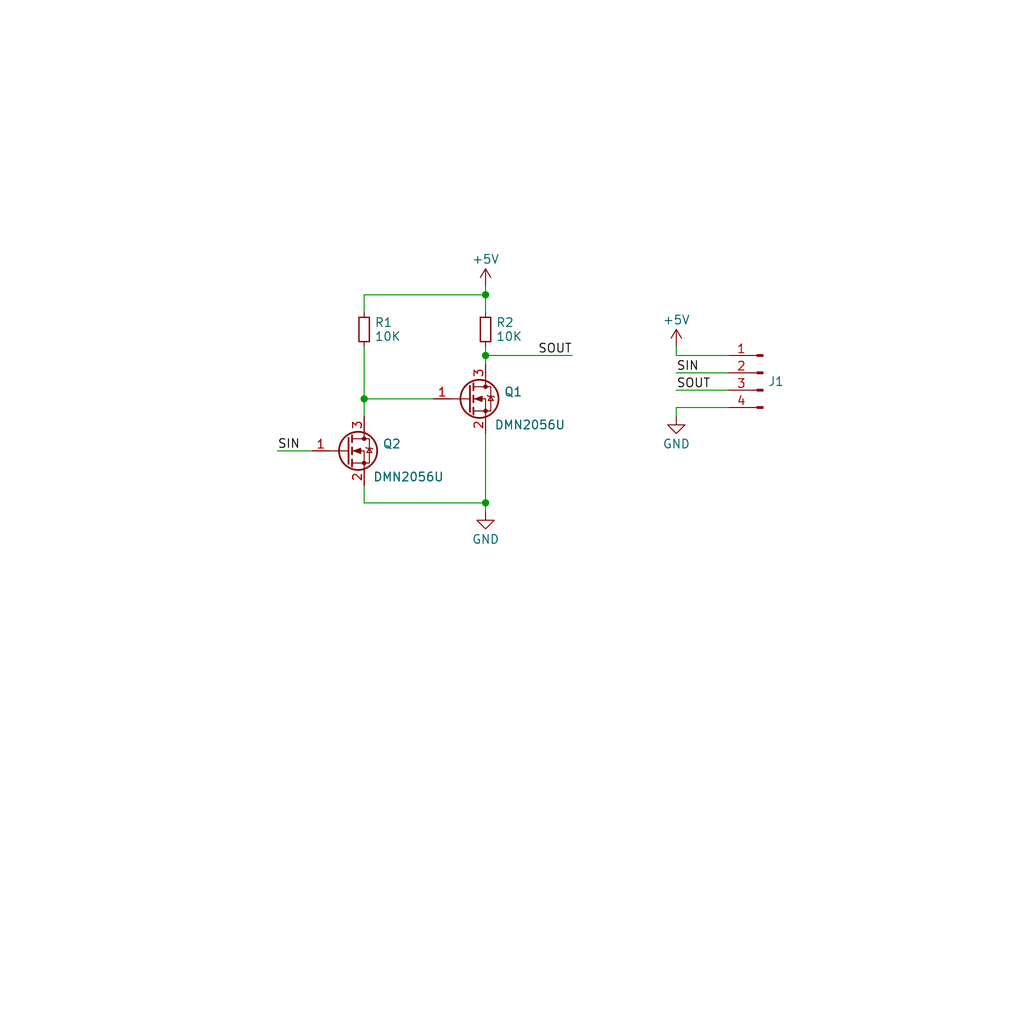
<source format=kicad_sch>
(kicad_sch (version 20230121) (generator eeschema)

  (uuid e63e39d7-6ac0-4ffd-8aa3-1841a4541b55)

  (paper "User" 150.012 150.012)

  (title_block
    (title "HexSense Svalbard - MCU module")
    (date "2023-05-25")
    (rev "V1")
    (company "MIT Media Lab")
    (comment 1 "Fangzheng Liu")
  )

  (lib_symbols
    (symbol "Connector:Conn_01x04_Pin" (pin_names (offset 1.016) hide) (in_bom yes) (on_board yes)
      (property "Reference" "J" (at 0 5.08 0)
        (effects (font (size 1.27 1.27)))
      )
      (property "Value" "Conn_01x04_Pin" (at 0 -7.62 0)
        (effects (font (size 1.27 1.27)))
      )
      (property "Footprint" "" (at 0 0 0)
        (effects (font (size 1.27 1.27)) hide)
      )
      (property "Datasheet" "~" (at 0 0 0)
        (effects (font (size 1.27 1.27)) hide)
      )
      (property "ki_locked" "" (at 0 0 0)
        (effects (font (size 1.27 1.27)))
      )
      (property "ki_keywords" "connector" (at 0 0 0)
        (effects (font (size 1.27 1.27)) hide)
      )
      (property "ki_description" "Generic connector, single row, 01x04, script generated" (at 0 0 0)
        (effects (font (size 1.27 1.27)) hide)
      )
      (property "ki_fp_filters" "Connector*:*_1x??_*" (at 0 0 0)
        (effects (font (size 1.27 1.27)) hide)
      )
      (symbol "Conn_01x04_Pin_1_1"
        (polyline
          (pts
            (xy 1.27 -5.08)
            (xy 0.8636 -5.08)
          )
          (stroke (width 0.1524) (type default))
          (fill (type none))
        )
        (polyline
          (pts
            (xy 1.27 -2.54)
            (xy 0.8636 -2.54)
          )
          (stroke (width 0.1524) (type default))
          (fill (type none))
        )
        (polyline
          (pts
            (xy 1.27 0)
            (xy 0.8636 0)
          )
          (stroke (width 0.1524) (type default))
          (fill (type none))
        )
        (polyline
          (pts
            (xy 1.27 2.54)
            (xy 0.8636 2.54)
          )
          (stroke (width 0.1524) (type default))
          (fill (type none))
        )
        (rectangle (start 0.8636 -4.953) (end 0 -5.207)
          (stroke (width 0.1524) (type default))
          (fill (type outline))
        )
        (rectangle (start 0.8636 -2.413) (end 0 -2.667)
          (stroke (width 0.1524) (type default))
          (fill (type outline))
        )
        (rectangle (start 0.8636 0.127) (end 0 -0.127)
          (stroke (width 0.1524) (type default))
          (fill (type outline))
        )
        (rectangle (start 0.8636 2.667) (end 0 2.413)
          (stroke (width 0.1524) (type default))
          (fill (type outline))
        )
        (pin passive line (at 5.08 2.54 180) (length 3.81)
          (name "Pin_1" (effects (font (size 1.27 1.27))))
          (number "1" (effects (font (size 1.27 1.27))))
        )
        (pin passive line (at 5.08 0 180) (length 3.81)
          (name "Pin_2" (effects (font (size 1.27 1.27))))
          (number "2" (effects (font (size 1.27 1.27))))
        )
        (pin passive line (at 5.08 -2.54 180) (length 3.81)
          (name "Pin_3" (effects (font (size 1.27 1.27))))
          (number "3" (effects (font (size 1.27 1.27))))
        )
        (pin passive line (at 5.08 -5.08 180) (length 3.81)
          (name "Pin_4" (effects (font (size 1.27 1.27))))
          (number "4" (effects (font (size 1.27 1.27))))
        )
      )
    )
    (symbol "Device:R_Small" (pin_numbers hide) (pin_names (offset 0.254) hide) (in_bom yes) (on_board yes)
      (property "Reference" "R" (at 0.762 0.508 0)
        (effects (font (size 1.27 1.27)) (justify left))
      )
      (property "Value" "R_Small" (at 0.762 -1.016 0)
        (effects (font (size 1.27 1.27)) (justify left))
      )
      (property "Footprint" "" (at 0 0 0)
        (effects (font (size 1.27 1.27)) hide)
      )
      (property "Datasheet" "~" (at 0 0 0)
        (effects (font (size 1.27 1.27)) hide)
      )
      (property "ki_keywords" "R resistor" (at 0 0 0)
        (effects (font (size 1.27 1.27)) hide)
      )
      (property "ki_description" "Resistor, small symbol" (at 0 0 0)
        (effects (font (size 1.27 1.27)) hide)
      )
      (property "ki_fp_filters" "R_*" (at 0 0 0)
        (effects (font (size 1.27 1.27)) hide)
      )
      (symbol "R_Small_0_1"
        (rectangle (start -0.762 1.778) (end 0.762 -1.778)
          (stroke (width 0.2032) (type default))
          (fill (type none))
        )
      )
      (symbol "R_Small_1_1"
        (pin passive line (at 0 2.54 270) (length 0.762)
          (name "~" (effects (font (size 1.27 1.27))))
          (number "1" (effects (font (size 1.27 1.27))))
        )
        (pin passive line (at 0 -2.54 90) (length 0.762)
          (name "~" (effects (font (size 1.27 1.27))))
          (number "2" (effects (font (size 1.27 1.27))))
        )
      )
    )
    (symbol "Transistor_FET:DMN2056U" (pin_names hide) (in_bom yes) (on_board yes)
      (property "Reference" "Q" (at 5.08 1.905 0)
        (effects (font (size 1.27 1.27)) (justify left))
      )
      (property "Value" "DMN2056U" (at 5.08 0 0)
        (effects (font (size 1.27 1.27)) (justify left))
      )
      (property "Footprint" "Package_TO_SOT_SMD:SOT-23" (at 5.08 -1.905 0)
        (effects (font (size 1.27 1.27) italic) (justify left) hide)
      )
      (property "Datasheet" "http://www.diodes.com/assets/Datasheets/DMN2056U.pdf" (at 0 0 0)
        (effects (font (size 1.27 1.27)) (justify left) hide)
      )
      (property "ki_keywords" "N-Channel MOSFET" (at 0 0 0)
        (effects (font (size 1.27 1.27)) hide)
      )
      (property "ki_description" "4A Id, 20V Vds, N-Channel MOSFET, SOT-23" (at 0 0 0)
        (effects (font (size 1.27 1.27)) hide)
      )
      (property "ki_fp_filters" "SOT?23*" (at 0 0 0)
        (effects (font (size 1.27 1.27)) hide)
      )
      (symbol "DMN2056U_0_1"
        (polyline
          (pts
            (xy 0.254 0)
            (xy -2.54 0)
          )
          (stroke (width 0) (type default))
          (fill (type none))
        )
        (polyline
          (pts
            (xy 0.254 1.905)
            (xy 0.254 -1.905)
          )
          (stroke (width 0.254) (type default))
          (fill (type none))
        )
        (polyline
          (pts
            (xy 0.762 -1.27)
            (xy 0.762 -2.286)
          )
          (stroke (width 0.254) (type default))
          (fill (type none))
        )
        (polyline
          (pts
            (xy 0.762 0.508)
            (xy 0.762 -0.508)
          )
          (stroke (width 0.254) (type default))
          (fill (type none))
        )
        (polyline
          (pts
            (xy 0.762 2.286)
            (xy 0.762 1.27)
          )
          (stroke (width 0.254) (type default))
          (fill (type none))
        )
        (polyline
          (pts
            (xy 2.54 2.54)
            (xy 2.54 1.778)
          )
          (stroke (width 0) (type default))
          (fill (type none))
        )
        (polyline
          (pts
            (xy 2.54 -2.54)
            (xy 2.54 0)
            (xy 0.762 0)
          )
          (stroke (width 0) (type default))
          (fill (type none))
        )
        (polyline
          (pts
            (xy 0.762 -1.778)
            (xy 3.302 -1.778)
            (xy 3.302 1.778)
            (xy 0.762 1.778)
          )
          (stroke (width 0) (type default))
          (fill (type none))
        )
        (polyline
          (pts
            (xy 1.016 0)
            (xy 2.032 0.381)
            (xy 2.032 -0.381)
            (xy 1.016 0)
          )
          (stroke (width 0) (type default))
          (fill (type outline))
        )
        (polyline
          (pts
            (xy 2.794 0.508)
            (xy 2.921 0.381)
            (xy 3.683 0.381)
            (xy 3.81 0.254)
          )
          (stroke (width 0) (type default))
          (fill (type none))
        )
        (polyline
          (pts
            (xy 3.302 0.381)
            (xy 2.921 -0.254)
            (xy 3.683 -0.254)
            (xy 3.302 0.381)
          )
          (stroke (width 0) (type default))
          (fill (type none))
        )
        (circle (center 1.651 0) (radius 2.794)
          (stroke (width 0.254) (type default))
          (fill (type none))
        )
        (circle (center 2.54 -1.778) (radius 0.254)
          (stroke (width 0) (type default))
          (fill (type outline))
        )
        (circle (center 2.54 1.778) (radius 0.254)
          (stroke (width 0) (type default))
          (fill (type outline))
        )
      )
      (symbol "DMN2056U_1_1"
        (pin input line (at -5.08 0 0) (length 2.54)
          (name "G" (effects (font (size 1.27 1.27))))
          (number "1" (effects (font (size 1.27 1.27))))
        )
        (pin passive line (at 2.54 -5.08 90) (length 2.54)
          (name "S" (effects (font (size 1.27 1.27))))
          (number "2" (effects (font (size 1.27 1.27))))
        )
        (pin passive line (at 2.54 5.08 270) (length 2.54)
          (name "D" (effects (font (size 1.27 1.27))))
          (number "3" (effects (font (size 1.27 1.27))))
        )
      )
    )
    (symbol "power:+5V" (power) (pin_names (offset 0)) (in_bom yes) (on_board yes)
      (property "Reference" "#PWR" (at 0 -3.81 0)
        (effects (font (size 1.27 1.27)) hide)
      )
      (property "Value" "+5V" (at 0 3.556 0)
        (effects (font (size 1.27 1.27)))
      )
      (property "Footprint" "" (at 0 0 0)
        (effects (font (size 1.27 1.27)) hide)
      )
      (property "Datasheet" "" (at 0 0 0)
        (effects (font (size 1.27 1.27)) hide)
      )
      (property "ki_keywords" "global power" (at 0 0 0)
        (effects (font (size 1.27 1.27)) hide)
      )
      (property "ki_description" "Power symbol creates a global label with name \"+5V\"" (at 0 0 0)
        (effects (font (size 1.27 1.27)) hide)
      )
      (symbol "+5V_0_1"
        (polyline
          (pts
            (xy -0.762 1.27)
            (xy 0 2.54)
          )
          (stroke (width 0) (type default))
          (fill (type none))
        )
        (polyline
          (pts
            (xy 0 0)
            (xy 0 2.54)
          )
          (stroke (width 0) (type default))
          (fill (type none))
        )
        (polyline
          (pts
            (xy 0 2.54)
            (xy 0.762 1.27)
          )
          (stroke (width 0) (type default))
          (fill (type none))
        )
      )
      (symbol "+5V_1_1"
        (pin power_in line (at 0 0 90) (length 0) hide
          (name "+5V" (effects (font (size 1.27 1.27))))
          (number "1" (effects (font (size 1.27 1.27))))
        )
      )
    )
    (symbol "power:GND" (power) (pin_names (offset 0)) (in_bom yes) (on_board yes)
      (property "Reference" "#PWR" (at 0 -6.35 0)
        (effects (font (size 1.27 1.27)) hide)
      )
      (property "Value" "GND" (at 0 -3.81 0)
        (effects (font (size 1.27 1.27)))
      )
      (property "Footprint" "" (at 0 0 0)
        (effects (font (size 1.27 1.27)) hide)
      )
      (property "Datasheet" "" (at 0 0 0)
        (effects (font (size 1.27 1.27)) hide)
      )
      (property "ki_keywords" "global power" (at 0 0 0)
        (effects (font (size 1.27 1.27)) hide)
      )
      (property "ki_description" "Power symbol creates a global label with name \"GND\" , ground" (at 0 0 0)
        (effects (font (size 1.27 1.27)) hide)
      )
      (symbol "GND_0_1"
        (polyline
          (pts
            (xy 0 0)
            (xy 0 -1.27)
            (xy 1.27 -1.27)
            (xy 0 -2.54)
            (xy -1.27 -1.27)
            (xy 0 -1.27)
          )
          (stroke (width 0) (type default))
          (fill (type none))
        )
      )
      (symbol "GND_1_1"
        (pin power_in line (at 0 0 270) (length 0) hide
          (name "GND" (effects (font (size 1.27 1.27))))
          (number "1" (effects (font (size 1.27 1.27))))
        )
      )
    )
  )

  (junction (at 71.12 52.07) (diameter 0) (color 0 0 0 0)
    (uuid 12f3aa60-df3f-46a2-a732-3816a9b8cd07)
  )
  (junction (at 53.34 58.42) (diameter 0) (color 0 0 0 0)
    (uuid 192c2f50-6f7b-4699-897b-47206487e467)
  )
  (junction (at 71.12 43.18) (diameter 0) (color 0 0 0 0)
    (uuid 2b8cea20-19c0-40f2-ae7e-eadfbf46f4c0)
  )
  (junction (at 71.12 73.66) (diameter 0) (color 0 0 0 0)
    (uuid ee53895b-420b-4564-82f7-1cbcb17392d6)
  )

  (wire (pts (xy 53.34 43.18) (xy 53.34 45.72))
    (stroke (width 0) (type default))
    (uuid 1365c2c6-465b-4beb-8b51-f9217bc40ab2)
  )
  (wire (pts (xy 99.06 52.07) (xy 106.68 52.07))
    (stroke (width 0) (type default))
    (uuid 1812417c-8daf-4ce4-8b49-1bfd194a685b)
  )
  (wire (pts (xy 40.64 66.04) (xy 45.72 66.04))
    (stroke (width 0) (type default))
    (uuid 1e86fa43-5384-425a-af01-7a3d6a464e1f)
  )
  (wire (pts (xy 53.34 58.42) (xy 53.34 60.96))
    (stroke (width 0) (type default))
    (uuid 277e9a98-d722-4cfd-937e-9e6d8ca91ad0)
  )
  (wire (pts (xy 71.12 41.91) (xy 71.12 43.18))
    (stroke (width 0) (type default))
    (uuid 2de1fa2d-58d1-4ba1-8c23-63d24973ff4f)
  )
  (wire (pts (xy 99.06 59.69) (xy 106.68 59.69))
    (stroke (width 0) (type default))
    (uuid 54004a00-781f-4a8b-82b6-35d038ef752f)
  )
  (wire (pts (xy 71.12 50.8) (xy 71.12 52.07))
    (stroke (width 0) (type default))
    (uuid 5c7c1ba0-a557-45b4-b9b0-5fdc0a842446)
  )
  (wire (pts (xy 71.12 73.66) (xy 71.12 74.93))
    (stroke (width 0) (type default))
    (uuid 5eccc160-7555-421b-8558-2c99ebf2d9b9)
  )
  (wire (pts (xy 71.12 63.5) (xy 71.12 73.66))
    (stroke (width 0) (type default))
    (uuid 5f080fcd-0161-4c54-a7c8-e46952aa06f0)
  )
  (wire (pts (xy 99.06 54.61) (xy 106.68 54.61))
    (stroke (width 0) (type default))
    (uuid 7d824157-e634-415f-af50-bda0e08a0238)
  )
  (wire (pts (xy 71.12 43.18) (xy 71.12 45.72))
    (stroke (width 0) (type default))
    (uuid 82075221-b8bc-49fe-ae89-74559bdcc313)
  )
  (wire (pts (xy 53.34 71.12) (xy 53.34 73.66))
    (stroke (width 0) (type default))
    (uuid 88227f53-b19c-4003-9030-eb678a785715)
  )
  (wire (pts (xy 99.06 60.96) (xy 99.06 59.69))
    (stroke (width 0) (type default))
    (uuid a94a27b7-c742-486b-93bf-2eda822de4d6)
  )
  (wire (pts (xy 99.06 57.15) (xy 106.68 57.15))
    (stroke (width 0) (type default))
    (uuid b4147c26-47ab-4fc4-84fa-f56a2e285f8a)
  )
  (wire (pts (xy 71.12 52.07) (xy 71.12 53.34))
    (stroke (width 0) (type default))
    (uuid c01a69f6-8eea-4d92-ae64-3b6aa3d05d78)
  )
  (wire (pts (xy 53.34 50.8) (xy 53.34 58.42))
    (stroke (width 0) (type default))
    (uuid d0ce5b72-d95a-45df-82f8-c0d0ec3a24f7)
  )
  (wire (pts (xy 71.12 52.07) (xy 83.82 52.07))
    (stroke (width 0) (type default))
    (uuid d1a58ea3-b4c1-437c-8329-1679a11a08df)
  )
  (wire (pts (xy 53.34 73.66) (xy 71.12 73.66))
    (stroke (width 0) (type default))
    (uuid d2859588-61fa-47e4-8d43-adf54a8515bd)
  )
  (wire (pts (xy 99.06 50.8) (xy 99.06 52.07))
    (stroke (width 0) (type default))
    (uuid dba45dcd-78ce-445c-941b-1ea69775f84d)
  )
  (wire (pts (xy 53.34 58.42) (xy 63.5 58.42))
    (stroke (width 0) (type default))
    (uuid e86b3f04-9293-443b-9e6e-747a81503825)
  )
  (wire (pts (xy 53.34 43.18) (xy 71.12 43.18))
    (stroke (width 0) (type default))
    (uuid f8284d99-5c85-44cb-ad2d-c5cdd1eedf41)
  )

  (label "SIN" (at 99.06 54.61 0) (fields_autoplaced)
    (effects (font (size 1.27 1.27)) (justify left bottom))
    (uuid 2b25b59d-42d8-4dcc-80c8-4aae03117d20)
  )
  (label "SIN" (at 40.64 66.04 0) (fields_autoplaced)
    (effects (font (size 1.27 1.27)) (justify left bottom))
    (uuid 35fc9d76-8422-4389-a5d2-a0aa60b41606)
  )
  (label "SOUT" (at 99.06 57.15 0) (fields_autoplaced)
    (effects (font (size 1.27 1.27)) (justify left bottom))
    (uuid a0bb1f5f-8376-4588-8582-5844454a39cd)
  )
  (label "SOUT" (at 83.82 52.07 180) (fields_autoplaced)
    (effects (font (size 1.27 1.27)) (justify right bottom))
    (uuid a87850e2-f492-4d9b-946b-7e3dba1a19d0)
  )

  (symbol (lib_id "Transistor_FET:DMN2056U") (at 68.58 58.42 0) (unit 1)
    (in_bom yes) (on_board yes) (dnp no)
    (uuid 054c98f1-2f77-4608-8eaf-a2ca0c7c1946)
    (property "Reference" "Q1" (at 73.787 57.396 0)
      (effects (font (size 1.27 1.27)) (justify left))
    )
    (property "Value" "DMN2056U" (at 72.39 62.23 0)
      (effects (font (size 1.27 1.27)) (justify left))
    )
    (property "Footprint" "Package_TO_SOT_SMD:SOT-23" (at 73.66 60.325 0)
      (effects (font (size 1.27 1.27) italic) (justify left) hide)
    )
    (property "Datasheet" "http://www.diodes.com/assets/Datasheets/DMN2056U.pdf" (at 68.58 58.42 0)
      (effects (font (size 1.27 1.27)) (justify left) hide)
    )
    (pin "1" (uuid 620d0ea1-99b7-44e9-b453-68e9dae83caf))
    (pin "2" (uuid 51c5884a-fe4c-4192-904d-dc2e6fdca6ce))
    (pin "3" (uuid 003f1a28-7d36-48e6-bd06-7786eac3b672))
    (instances
      (project "Servo_Signal_V_shifter"
        (path "/e63e39d7-6ac0-4ffd-8aa3-1841a4541b55"
          (reference "Q1") (unit 1)
        )
      )
    )
  )

  (symbol (lib_id "Device:R_Small") (at 71.12 48.26 0) (unit 1)
    (in_bom yes) (on_board yes) (dnp no) (fields_autoplaced)
    (uuid 294fd0f5-3fe7-4f22-b915-62e538a6c144)
    (property "Reference" "R2" (at 72.6186 47.236 0)
      (effects (font (size 1.27 1.27)) (justify left))
    )
    (property "Value" "10K" (at 72.6186 49.284 0)
      (effects (font (size 1.27 1.27)) (justify left))
    )
    (property "Footprint" "Resistor_SMD:R_1206_3216Metric_Pad1.30x1.75mm_HandSolder" (at 71.12 48.26 0)
      (effects (font (size 1.27 1.27)) hide)
    )
    (property "Datasheet" "~" (at 71.12 48.26 0)
      (effects (font (size 1.27 1.27)) hide)
    )
    (pin "1" (uuid d8ef24a4-0957-4b15-9b80-203608468f99))
    (pin "2" (uuid 2e76f2e3-f8ad-48bf-b705-26d70a4e60a7))
    (instances
      (project "Servo_Signal_V_shifter"
        (path "/e63e39d7-6ac0-4ffd-8aa3-1841a4541b55"
          (reference "R2") (unit 1)
        )
      )
    )
  )

  (symbol (lib_id "Connector:Conn_01x04_Pin") (at 111.76 54.61 0) (mirror y) (unit 1)
    (in_bom yes) (on_board yes) (dnp no)
    (uuid 3f05d0a0-2e96-4d1d-872c-6ac9f2110e14)
    (property "Reference" "J1" (at 112.4712 55.88 0)
      (effects (font (size 1.27 1.27)) (justify right))
    )
    (property "Value" "Conn_01x04_Pin" (at 111.125 50.4618 0)
      (effects (font (size 1.27 1.27)) hide)
    )
    (property "Footprint" "Connector_Harwin:Harwin_M20-89004xx_1x04_P2.54mm_Horizontal" (at 111.76 54.61 0)
      (effects (font (size 1.27 1.27)) hide)
    )
    (property "Datasheet" "~" (at 111.76 54.61 0)
      (effects (font (size 1.27 1.27)) hide)
    )
    (pin "1" (uuid 4217830f-8c83-4c71-af83-2486a82843c0))
    (pin "2" (uuid d17f74d6-19c9-4267-b9bf-e1169c53c233))
    (pin "3" (uuid 7b528b85-d572-46f4-8e64-9473785d8cfb))
    (pin "4" (uuid bf3bc720-c944-4451-839e-7253f8ff18dc))
    (instances
      (project "Servo_Signal_V_shifter"
        (path "/e63e39d7-6ac0-4ffd-8aa3-1841a4541b55"
          (reference "J1") (unit 1)
        )
      )
    )
  )

  (symbol (lib_id "Device:R_Small") (at 53.34 48.26 0) (unit 1)
    (in_bom yes) (on_board yes) (dnp no) (fields_autoplaced)
    (uuid 5d5fdee1-2f7d-4e0f-bd05-04556175edf4)
    (property "Reference" "R1" (at 54.8386 47.236 0)
      (effects (font (size 1.27 1.27)) (justify left))
    )
    (property "Value" "10K" (at 54.8386 49.284 0)
      (effects (font (size 1.27 1.27)) (justify left))
    )
    (property "Footprint" "Resistor_SMD:R_1206_3216Metric_Pad1.30x1.75mm_HandSolder" (at 53.34 48.26 0)
      (effects (font (size 1.27 1.27)) hide)
    )
    (property "Datasheet" "~" (at 53.34 48.26 0)
      (effects (font (size 1.27 1.27)) hide)
    )
    (pin "1" (uuid 0296bc7d-bb59-4803-985c-e8e50ef85413))
    (pin "2" (uuid 967ce906-5bc4-423c-8a12-7baa84221b46))
    (instances
      (project "Servo_Signal_V_shifter"
        (path "/e63e39d7-6ac0-4ffd-8aa3-1841a4541b55"
          (reference "R1") (unit 1)
        )
      )
    )
  )

  (symbol (lib_id "Transistor_FET:DMN2056U") (at 50.8 66.04 0) (unit 1)
    (in_bom yes) (on_board yes) (dnp no)
    (uuid 5f6b84ed-cc1a-49ff-b852-bb72898e6aa0)
    (property "Reference" "Q2" (at 56.007 65.016 0)
      (effects (font (size 1.27 1.27)) (justify left))
    )
    (property "Value" "DMN2056U" (at 54.61 69.85 0)
      (effects (font (size 1.27 1.27)) (justify left))
    )
    (property "Footprint" "Package_TO_SOT_SMD:SOT-23" (at 55.88 67.945 0)
      (effects (font (size 1.27 1.27) italic) (justify left) hide)
    )
    (property "Datasheet" "http://www.diodes.com/assets/Datasheets/DMN2056U.pdf" (at 50.8 66.04 0)
      (effects (font (size 1.27 1.27)) (justify left) hide)
    )
    (pin "1" (uuid f26f1e01-62ab-4002-9a1f-ae910a8fdc38))
    (pin "2" (uuid 6a7b84cb-f42a-478e-9c81-429941e31617))
    (pin "3" (uuid 4fb33f13-4e0f-4532-98f6-32f9f8298765))
    (instances
      (project "Servo_Signal_V_shifter"
        (path "/e63e39d7-6ac0-4ffd-8aa3-1841a4541b55"
          (reference "Q2") (unit 1)
        )
      )
    )
  )

  (symbol (lib_id "power:+5V") (at 71.12 41.91 0) (unit 1)
    (in_bom yes) (on_board yes) (dnp no) (fields_autoplaced)
    (uuid 74bf54eb-ff61-48e9-9a4e-0286792a5a10)
    (property "Reference" "#PWR01" (at 71.12 45.72 0)
      (effects (font (size 1.27 1.27)) hide)
    )
    (property "Value" "+5V" (at 71.12 37.965 0)
      (effects (font (size 1.27 1.27)))
    )
    (property "Footprint" "" (at 71.12 41.91 0)
      (effects (font (size 1.27 1.27)) hide)
    )
    (property "Datasheet" "" (at 71.12 41.91 0)
      (effects (font (size 1.27 1.27)) hide)
    )
    (pin "1" (uuid c5fb67fa-c2e2-4981-9ea4-0bb066f40919))
    (instances
      (project "Servo_Signal_V_shifter"
        (path "/e63e39d7-6ac0-4ffd-8aa3-1841a4541b55"
          (reference "#PWR01") (unit 1)
        )
      )
    )
  )

  (symbol (lib_id "power:GND") (at 71.12 74.93 0) (unit 1)
    (in_bom yes) (on_board yes) (dnp no)
    (uuid 83221e4c-2bc4-4614-b5c1-736957f6ebf7)
    (property "Reference" "#PWR06" (at 71.12 81.28 0)
      (effects (font (size 1.27 1.27)) hide)
    )
    (property "Value" "GND" (at 69.088 78.994 0)
      (effects (font (size 1.27 1.27)) (justify left))
    )
    (property "Footprint" "" (at 71.12 74.93 0)
      (effects (font (size 1.27 1.27)) hide)
    )
    (property "Datasheet" "" (at 71.12 74.93 0)
      (effects (font (size 1.27 1.27)) hide)
    )
    (pin "1" (uuid cdb96d6f-c489-4082-9abb-b0c4d34157eb))
    (instances
      (project "Servo_Signal_V_shifter"
        (path "/e63e39d7-6ac0-4ffd-8aa3-1841a4541b55"
          (reference "#PWR06") (unit 1)
        )
      )
    )
  )

  (symbol (lib_id "power:+5V") (at 99.06 50.8 0) (unit 1)
    (in_bom yes) (on_board yes) (dnp no) (fields_autoplaced)
    (uuid 8964c6bf-526f-488c-9827-0e473b2e85fa)
    (property "Reference" "#PWR02" (at 99.06 54.61 0)
      (effects (font (size 1.27 1.27)) hide)
    )
    (property "Value" "+5V" (at 99.06 46.855 0)
      (effects (font (size 1.27 1.27)))
    )
    (property "Footprint" "" (at 99.06 50.8 0)
      (effects (font (size 1.27 1.27)) hide)
    )
    (property "Datasheet" "" (at 99.06 50.8 0)
      (effects (font (size 1.27 1.27)) hide)
    )
    (pin "1" (uuid b8c51ee4-e0b1-43c5-970f-cb8c724803bc))
    (instances
      (project "Servo_Signal_V_shifter"
        (path "/e63e39d7-6ac0-4ffd-8aa3-1841a4541b55"
          (reference "#PWR02") (unit 1)
        )
      )
    )
  )

  (symbol (lib_id "power:GND") (at 99.06 60.96 0) (unit 1)
    (in_bom yes) (on_board yes) (dnp no)
    (uuid 9d685226-9e48-4fa7-b5d3-163099343b71)
    (property "Reference" "#PWR03" (at 99.06 67.31 0)
      (effects (font (size 1.27 1.27)) hide)
    )
    (property "Value" "GND" (at 97.028 65.024 0)
      (effects (font (size 1.27 1.27)) (justify left))
    )
    (property "Footprint" "" (at 99.06 60.96 0)
      (effects (font (size 1.27 1.27)) hide)
    )
    (property "Datasheet" "" (at 99.06 60.96 0)
      (effects (font (size 1.27 1.27)) hide)
    )
    (pin "1" (uuid 2415e503-4a14-4a7f-977b-8a582c1a6ba5))
    (instances
      (project "Servo_Signal_V_shifter"
        (path "/e63e39d7-6ac0-4ffd-8aa3-1841a4541b55"
          (reference "#PWR03") (unit 1)
        )
      )
    )
  )

  (sheet_instances
    (path "/" (page "1"))
  )
)

</source>
